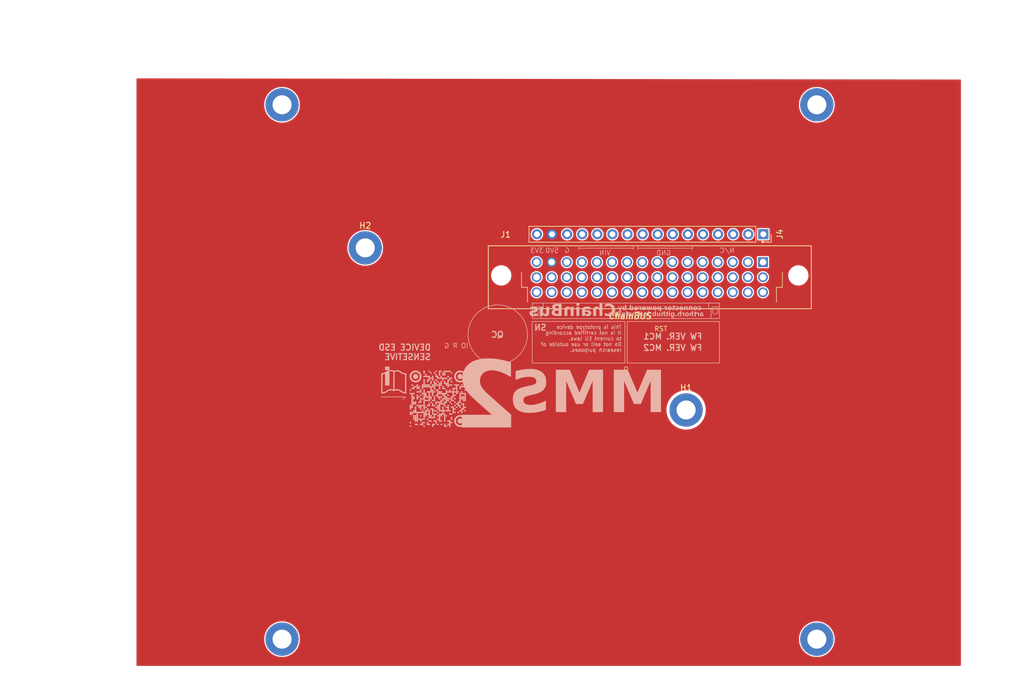
<source format=kicad_pcb>
(kicad_pcb (version 20241229) (generator "pcbnew") (generator_version "9.0")
  (layers (0 "F.Cu" signal) (4 "In1.Cu" signal) (6 "In2.Cu" signal) (2 "B.Cu" signal) (13 "F.Paste" user) (15 "B.Paste" user) (5 "F.SilkS" user "F.Silkscreen") (7 "B.SilkS" user "B.Silkscreen") (1 "F.Mask" user) (3 "B.Mask" user) (25 "Edge.Cuts" user))
  (property "SHEETTOTAL" "5")
  (net 0 "")
  (net 1 "GND")
  (net 2 "+3V3")
  (net 3 "+5V")
  (net 4 "/Interboard_connector/Altmode6")
  (net 5 "/Interboard_connector/Altmode3")
  (net 6 "/Interboard_connector/Altmode16")
  (net 7 "/Interboard_connector/Altmode14")
  (net 8 "/Interboard_connector/Altmode12")
  (net 9 "/Interboard_connector/Altmode10")
  (net 10 "/Interboard_connector/Altmode7")
  (net 11 "/Interboard_connector/Altmode2")
  (net 12 "/Interboard_connector/Altmode4")
  (net 13 "/Interboard_connector/Altmode13")
  (net 14 "/Interboard_connector/Altmode11")
  (net 15 "/Interboard_connector/Altmode8")
  (net 16 "/Interboard_connector/Altmode9")
  (net 17 "/Interboard_connector/Altmode1")
  (net 18 "/Interboard_connector/Altmode5")
  (net 19 "/Interboard_connector/Altmode15")
  (net 21 "BRD_VIN")
  (net 22 "/Interboard_connector/Chainbus.RX")
  (net 23 "/Interboard_connector/Chainbus.TX")
  (net 24 "/Interboard_connector/Chainbus.SCL")
  (net 25 "/Interboard_connector/Chainbus.SDA")
  (net 26 "/Interboard_connector/Chainbus_I2C_addr1")
  (net 27 "/Interboard_connector/Chainbus.MOSI")
  (net 28 "/Interboard_connector/Chainbus_UART_addr2")
  (net 29 "/Interboard_connector/Chainbus.MISO")
  (net 30 "/Interboard_connector/Chainbus_SPI_CS2")
  (net 31 "/Interboard_connector/Chainbus_UART_addr1")
  (net 32 "/Interboard_connector/Chainbus_SPI_CS1")
  (net 33 "/Interboard_connector/Chainbus_SPI_CS0")
  (net 34 "/Interboard_connector/Chainbus.SCK")
  (net 35 "/Interboard_connector/Chainbus_I2C_addr0")
  (net 36 "/Interboard_connector/Chainbus_I2C_addr2")
  (net 37 "/Interboard_connector/Chainbus_UART_addr0")
  (footprint "Library:AMPHENOL_86093488324755V1LF" (layer "F.Cu") (at 165.64 82.49)
    (property "Reference" "J1" (at -24.255 -7.185 0) (layer "F.SilkS"))
    (property "Value" "86093488324755V1LF")
    (pad "" np_thru_hole circle (at -25 -0.3) (size 2.9 2.9) (drill 2.9) (layers "*.Cu" "*.Mask"))
    (pad "" np_thru_hole circle (at 25 -0.3) (size 2.9 2.9) (drill 2.9) (layers "*.Cu" "*.Mask"))
    (pad "A1" thru_hole rect (at 19.05 -2.54) (size 1.65 1.65) (drill 1.1) (layers "*.Cu" "*.Mask"))
    (pad "A2" thru_hole circle (at 16.51 -2.54) (size 1.65 1.65) (drill 1.1) (layers "*.Cu" "*.Mask"))
    (pad "A3" thru_hole circle (at 13.97 -2.54) (size 1.65 1.65) (drill 1.1) (layers "*.Cu" "*.Mask"))
    (pad "A4" thru_hole circle (at 11.43 -2.54) (size 1.65 1.65) (drill 1.1) (layers "*.Cu" "*.Mask"))
    (pad "A5" thru_hole circle (at 8.89 -2.54) (size 1.65 1.65) (drill 1.1) (layers "*.Cu" "*.Mask"))
    (pad "A6" thru_hole circle (at 6.35 -2.54) (size 1.65 1.65) (drill 1.1) (layers "*.Cu" "*.Mask") (net 1 "GND"))
    (pad "A7" thru_hole circle (at 3.81 -2.54) (size 1.65 1.65) (drill 1.1) (layers "*.Cu" "*.Mask") (net 1 "GND"))
    (pad "A8" thru_hole circle (at 1.27 -2.54) (size 1.65 1.65) (drill 1.1) (layers "*.Cu" "*.Mask") (net 1 "GND"))
    (pad "A9" thru_hole circle (at -1.27 -2.54) (size 1.65 1.65) (drill 1.1) (layers "*.Cu" "*.Mask") (net 1 "GND"))
    (pad "A10" thru_hole circle (at -3.81 -2.54) (size 1.65 1.65) (drill 1.1) (layers "*.Cu" "*.Mask") (net 21 "BRD_VIN"))
    (pad "A11" thru_hole circle (at -6.35 -2.54) (size 1.65 1.65) (drill 1.1) (layers "*.Cu" "*.Mask") (net 21 "BRD_VIN"))
    (pad "A12" thru_hole circle (at -8.89 -2.54) (size 1.65 1.65) (drill 1.1) (layers "*.Cu" "*.Mask") (net 21 "BRD_VIN"))
    (pad "A13" thru_hole circle (at -11.43 -2.54) (size 1.65 1.65) (drill 1.1) (layers "*.Cu" "*.Mask") (net 21 "BRD_VIN"))
    (pad "A14" thru_hole circle (at -13.97 -2.54) (size 1.65 1.65) (drill 1.1) (layers "*.Cu" "*.Mask") (net 1 "GND"))
    (pad "A15" thru_hole circle (at -16.51 -2.54) (size 1.65 1.65) (drill 1.1) (layers "*.Cu" "*.Mask") (net 3 "+5V"))
    (pad "A16" thru_hole circle (at -19.05 -2.54) (size 1.65 1.65) (drill 1.1) (layers "*.Cu" "*.Mask") (net 2 "+3V3"))
    (pad "B1" thru_hole circle (at 19.05 0) (size 1.65 1.65) (drill 1.1) (layers "*.Cu" "*.Mask") (net 22 "/Interboard_connector/Chainbus.RX"))
    (pad "B2" thru_hole circle (at 16.51 0) (size 1.65 1.65) (drill 1.1) (layers "*.Cu" "*.Mask") (net 23 "/Interboard_connector/Chainbus.TX"))
    (pad "B3" thru_hole circle (at 13.97 0) (size 1.65 1.65) (drill 1.1) (layers "*.Cu" "*.Mask") (net 37 "/Interboard_connector/Chainbus_UART_addr0"))
    (pad "B4" thru_hole circle (at 11.43 0) (size 1.65 1.65) (drill 1.1) (layers "*.Cu" "*.Mask") (net 31 "/Interboard_connector/Chainbus_UART_addr1"))
    (pad "B5" thru_hole circle (at 8.89 0) (size 1.65 1.65) (drill 1.1) (layers "*.Cu" "*.Mask") (net 28 "/Interboard_connector/Chainbus_UART_addr2"))
    (pad "B6" thru_hole circle (at 6.35 0) (size 1.65 1.65) (drill 1.1) (layers "*.Cu" "*.Mask") (net 29 "/Interboard_connector/Chainbus.MISO"))
    (pad "B7" thru_hole circle (at 3.81 0) (size 1.65 1.65) (drill 1.1) (layers "*.Cu" "*.Mask") (net 27 "/Interboard_connector/Chainbus.MOSI"))
    (pad "B8" thru_hole circle (at 1.27 0) (size 1.65 1.65) (drill 1.1) (layers "*.Cu" "*.Mask") (net 34 "/Interboard_connector/Chainbus.SCK"))
    (pad "B9" thru_hole circle (at -1.27 0) (size 1.65 1.65) (drill 1.1) (layers "*.Cu" "*.Mask") (net 35 "/Interboard_connector/Chainbus_I2C_addr0"))
    (pad "B10" thru_hole circle (at -3.81 0) (size 1.65 1.65) (drill 1.1) (layers "*.Cu" "*.Mask") (net 26 "/Interboard_connector/Chainbus_I2C_addr1"))
    (pad "B11" thru_hole circle (at -6.35 0) (size 1.65 1.65) (drill 1.1) (layers "*.Cu" "*.Mask") (net 36 "/Interboard_connector/Chainbus_I2C_addr2"))
    (pad "B12" thru_hole circle (at -8.89 0) (size 1.65 1.65) (drill 1.1) (layers "*.Cu" "*.Mask") (net 33 "/Interboard_connector/Chainbus_SPI_CS0"))
    (pad "B13" thru_hole circle (at -11.43 0) (size 1.65 1.65) (drill 1.1) (layers "*.Cu" "*.Mask") (net 32 "/Interboard_connector/Chainbus_SPI_CS1"))
    (pad "B14" thru_hole circle (at -13.97 0) (size 1.65 1.65) (drill 1.1) (layers "*.Cu" "*.Mask") (net 30 "/Interboard_connector/Chainbus_SPI_CS2"))
    (pad "B15" thru_hole circle (at -16.51 0) (size 1.65 1.65) (drill 1.1) (layers "*.Cu" "*.Mask") (net 24 "/Interboard_connector/Chainbus.SCL"))
    (pad "B16" thru_hole circle (at -19.05 0) (size 1.65 1.65) (drill 1.1) (layers "*.Cu" "*.Mask") (net 25 "/Interboard_connector/Chainbus.SDA"))
    (pad "C1" thru_hole circle (at 19.05 2.54) (size 1.65 1.65) (drill 1.1) (layers "*.Cu" "*.Mask") (net 17 "/Interboard_connector/Altmode1"))
    (pad "C2" thru_hole circle (at 16.51 2.54) (size 1.65 1.65) (drill 1.1) (layers "*.Cu" "*.Mask") (net 11 "/Interboard_connector/Altmode2"))
    (pad "C3" thru_hole circle (at 13.97 2.54) (size 1.65 1.65) (drill 1.1) (layers "*.Cu" "*.Mask") (net 5 "/Interboard_connector/Altmode3"))
    (pad "C4" thru_hole circle (at 11.43 2.54) (size 1.65 1.65) (drill 1.1) (layers "*.Cu" "*.Mask") (net 12 "/Interboard_connector/Altmode4"))
    (pad "C5" thru_hole circle (at 8.89 2.54) (size 1.65 1.65) (drill 1.1) (layers "*.Cu" "*.Mask") (net 18 "/Interboard_connector/Altmode5"))
    (pad "C6" thru_hole circle (at 6.35 2.54) (size 1.65 1.65) (drill 1.1) (layers "*.Cu" "*.Mask") (net 4 "/Interboard_connector/Altmode6"))
    (pad "C7" thru_hole circle (at 3.81 2.54) (size 1.65 1.65) (drill 1.1) (layers "*.Cu" "*.Mask") (net 14 "/Interboard_connector/Altmode11"))
    (pad "C8" thru_hole circle (at 1.27 2.54) (size 1.65 1.65) (drill 1.1) (layers "*.Cu" "*.Mask") (net 8 "/Interboard_connector/Altmode12"))
    (pad "C9" thru_hole circle (at -1.27 2.54) (size 1.65 1.65) (drill 1.1) (layers "*.Cu" "*.Mask") (net 13 "/Interboard_connector/Altmode13"))
    (pad "C10" thru_hole circle (at -3.81 2.54) (size 1.65 1.65) (drill 1.1) (layers "*.Cu" "*.Mask") (net 7 "/Interboard_connector/Altmode14"))
    (pad "C11" thru_hole circle (at -6.35 2.54) (size 1.65 1.65) (drill 1.1) (layers "*.Cu" "*.Mask") (net 19 "/Interboard_connector/Altmode15"))
    (pad "C12" thru_hole circle (at -8.89 2.54) (size 1.65 1.65) (drill 1.1) (layers "*.Cu" "*.Mask") (net 10 "/Interboard_connector/Altmode7"))
    (pad "C13" thru_hole circle (at -11.43 2.54) (size 1.65 1.65) (drill 1.1) (layers "*.Cu" "*.Mask") (net 15 "/Interboard_connector/Altmode8"))
    (pad "C14" thru_hole circle (at -13.97 2.54) (size 1.65 1.65) (drill 1.1) (layers "*.Cu" "*.Mask") (net 16 "/Interboard_connector/Altmode9"))
    (pad "C15" thru_hole circle (at -16.51 2.54) (size 1.65 1.65) (drill 1.1) (layers "*.Cu" "*.Mask") (net 9 "/Interboard_connector/Altmode10"))
    (pad "C16" thru_hole circle (at -19.05 2.54) (size 1.65 1.65) (drill 1.1) (layers "*.Cu" "*.Mask") (net 6 "/Interboard_connector/Altmode16"))
  )
  (footprint "MountingHole:MountingHole_3.2mm_M3_DIN965_Pad" (layer "F.Cu") (at 171.75 104.85)
    (property "Reference" "H1" (at 0 -3.75 0) (layer "F.SilkS"))
    (property "Value" "M3 mount")
    (pad "1" thru_hole circle (at 0 0) (size 5.6 5.6) (drill 3.2) (layers "*.Cu" "*.Mask") (net 1 "GND") (clearance 0.5))
  )
  (footprint "MountingHole:MountingHole_3.2mm_M3_DIN965_Pad" (layer "F.Cu") (at 117.75 77.55)
    (property "Reference" "H2" (at 0 -3.75 0) (layer "F.SilkS"))
    (property "Value" "M3 mount")
    (pad "1" thru_hole circle (at 0 0) (size 5.6 5.6) (drill 3.2) (layers "*.Cu" "*.Mask"))
  )
  (footprint "MountingHole:MountingHole_3.2mm_M3_DIN965_Pad" (layer "F.Cu") (at 193.75 53.45)
    (property "Reference" "H3" (hide yes))
    (property "Value" "M3 mount")
    (pad "1" thru_hole circle (at 0 0) (size 5.6 5.6) (drill 3.2) (layers "*.Cu" "*.Mask"))
  )
  (footprint "MountingHole:MountingHole_3.2mm_M3_DIN965_Pad" (layer "F.Cu") (at 103.75 53.45)
    (property "Reference" "H4" (hide yes))
    (property "Value" "M3 mount")
    (pad "1" thru_hole circle (at 0 0) (size 5.6 5.6) (drill 3.2) (layers "*.Cu" "*.Mask"))
  )
  (footprint "MountingHole:MountingHole_3.2mm_M3_DIN965_Pad" (layer "F.Cu") (at 103.75 143.45)
    (property "Reference" "H6" (hide yes))
    (property "Value" "M3 mount")
    (pad "1" thru_hole circle (at 0 0) (size 5.6 5.6) (drill 3.2) (layers "*.Cu" "*.Mask"))
  )
  (footprint "Connector_PinSocket_2.54mm:PinSocket_1x16_P2.54mm_Vertical" (layer "F.Cu") (at 184.75 75.25 -90)
    (property "Reference" "J4" (at 0 -2.77 90) (layer "F.SilkS"))
    (property "Value" "Conn_01x16_Socket")
    (pad "1" thru_hole rect (at 0 0 270) (size 1.7 1.7) (drill 1) (layers "*.Cu" "*.Mask"))
    (pad "2" thru_hole circle (at 0 2.54 270) (size 1.7 1.7) (drill 1) (layers "*.Cu" "*.Mask"))
    (pad "3" thru_hole circle (at 0 5.08 270) (size 1.7 1.7) (drill 1) (layers "*.Cu" "*.Mask"))
    (pad "4" thru_hole circle (at 0 7.62 270) (size 1.7 1.7) (drill 1) (layers "*.Cu" "*.Mask"))
    (pad "5" thru_hole circle (at 0 10.16 270) (size 1.7 1.7) (drill 1) (layers "*.Cu" "*.Mask"))
    (pad "6" thru_hole circle (at 0 12.7 270) (size 1.7 1.7) (drill 1) (layers "*.Cu" "*.Mask") (net 1 "GND"))
    (pad "7" thru_hole circle (at 0 15.24 270) (size 1.7 1.7) (drill 1) (layers "*.Cu" "*.Mask") (net 1 "GND"))
    (pad "8" thru_hole circle (at 0 17.78 270) (size 1.7 1.7) (drill 1) (layers "*.Cu" "*.Mask") (net 1 "GND"))
    (pad "9" thru_hole circle (at 0 20.32 270) (size 1.7 1.7) (drill 1) (layers "*.Cu" "*.Mask") (net 1 "GND"))
    (pad "10" thru_hole circle (at 0 22.86 270) (size 1.7 1.7) (drill 1) (layers "*.Cu" "*.Mask") (net 21 "BRD_VIN"))
    (pad "11" thru_hole circle (at 0 25.4 270) (size 1.7 1.7) (drill 1) (layers "*.Cu" "*.Mask") (net 21 "BRD_VIN"))
    (pad "12" thru_hole circle (at 0 27.94 270) (size 1.7 1.7) (drill 1) (layers "*.Cu" "*.Mask") (net 21 "BRD_VIN"))
    (pad "13" thru_hole circle (at 0 30.48 270) (size 1.7 1.7) (drill 1) (layers "*.Cu" "*.Mask") (net 21 "BRD_VIN"))
    (pad "14" thru_hole circle (at 0 33.02 270) (size 1.7 1.7) (drill 1) (layers "*.Cu" "*.Mask") (net 1 "GND"))
    (pad "15" thru_hole circle (at 0 35.56 270) (size 1.7 1.7) (drill 1) (layers "*.Cu" "*.Mask") (net 3 "+5V"))
    (pad "16" thru_hole circle (at 0 38.1 270) (size 1.7 1.7) (drill 1) (layers "*.Cu" "*.Mask") (net 2 "+3V3"))
  )
  (footprint "MountingHole:MountingHole_3.2mm_M3_DIN965_Pad" (layer "F.Cu") (at 193.75 143.45)
    (property "Reference" "H5" (hide yes))
    (property "Value" "M3 mount")
    (pad "1" thru_hole circle (at 0 0) (size 5.6 5.6) (drill 3.2) (layers "*.Cu" "*.Mask"))
  )
  (footprint "QRcode:QR" (layer "B.Cu") (at 130 103 180)
    (property "Reference" "G***" (hide yes))
    (property "Value" "LOGO" (hide yes))
  )
  (gr_line (start 144.05 84.2) (end 145.05 84.2) (stroke (width 0.1)) (layer "F.SilkS"))
  (gr_circle (center 161.65 97.85) (end 161.85 98.05) (stroke (width 0.1)) (fill no) (layer "F.SilkS"))
  (gr_line (start 145.05 84.2) (end 145.05 86.7) (stroke (width 0.1)) (layer "F.SilkS"))
  (gr_line (start 144.05 81.65) (end 144.05 84.2) (stroke (width 0.1)) (layer "F.SilkS"))
  (gr_line (start 186.95 84.2) (end 186.95 86.7) (stroke (width 0.1)) (layer "F.SilkS"))
  (gr_line (start 187.95 84.2) (end 186.95 84.2) (stroke (width 0.1)) (layer "F.SilkS"))
  (gr_line (start 187.95 81.6) (end 187.95 84.2) (stroke (width 0.1)) (layer "F.SilkS"))
  (gr_arc (start 122.585533 98.392265) (mid 123.127443 98.252892) (end 123.66184 98.418758) (stroke (width 0.2)) (layer "B.SilkS"))
  (gr_arc (start 121.450162 98.40451) (mid 121.997277 98.229868) (end 122.553869 98.37143) (stroke (width 0.2)) (layer "B.SilkS"))
  (gr_arc (start 122.568643 101.580292) (mid 123.125235 101.43873) (end 123.67235 101.613372) (stroke (width 0.2)) (layer "B.SilkS"))
  (gr_line (start 120.45 102.65) (end 124.55 102.65) (stroke (width 0.1)) (layer "B.SilkS"))
  (gr_line (start 153.7 77.6) (end 162.9 77.6) (stroke (width 0.1)) (layer "B.SilkS"))
  (gr_rect (start 161.85 89.95) (end 177.35 96.95) (stroke (width 0.1)) (fill no) (layer "B.SilkS"))
  (gr_line (start 163.6 77.825) (end 163.6 77.375) (stroke (width 0.1)) (layer "B.SilkS"))
  (gr_line (start 147.7 86.85) (end 147.7 87.85) (stroke (width 0.1)) (layer "B.SilkS"))
  (gr_line (start 175.55 86.85) (end 147.7 86.85) (stroke (width 0.1)) (layer "B.SilkS"))
  (gr_line (start 147.3 89.45) (end 177.35 89.45) (stroke (width 0.1)) (layer "B.SilkS"))
  (gr_line (start 175.55 86.85) (end 177.35 86.85) (stroke (width 0.1)) (layer "B.SilkS"))
  (gr_line (start 145.9 87.5) (end 147 87.5) (stroke (width 0.1)) (layer "B.SilkS"))
  (gr_line (start 177.35 87.5) (end 176.25 87.5) (stroke (width 0.1)) (layer "B.SilkS"))
  (gr_line (start 122.568643 101.580292) (end 122.585533 98.392265) (stroke (width 0.2)) (layer "B.SilkS"))
  (gr_line (start 147 87.5) (end 147.3 87.8) (stroke (width 0.1)) (layer "B.SilkS"))
  (gr_arc (start 121.460684 98.404323) (mid 121.044524 98.672109) (end 120.557503 98.759913) (stroke (width 0.2)) (layer "B.SilkS"))
  (gr_line (start 176.25 87.5) (end 175.95 87.8) (stroke (width 0.1)) (layer "B.SilkS"))
  (gr_line (start 147.3 87.85) (end 147.3 89.45) (stroke (width 0.1)) (layer "B.SilkS"))
  (gr_arc (start 124.549843 101.961291) (mid 124.073814 101.871062) (end 123.667156 101.607673) (stroke (width 0.2)) (layer "B.SilkS"))
  (gr_arc (start 124.560469 98.777828) (mid 124.075851 98.686646) (end 123.66184 98.418758) (stroke (width 0.2)) (layer "B.SilkS"))
  (gr_line (start 145.9 88.95) (end 147 88.95) (stroke (width 0.1)) (layer "B.SilkS"))
  (gr_line (start 153.7 77.825) (end 153.7 77.375) (stroke (width 0.1)) (layer "B.SilkS"))
  (gr_line (start 147 88.95) (end 147.3 88.65) (stroke (width 0.1)) (layer "B.SilkS"))
  (gr_line (start 172.8 77.825) (end 172.8 77.375) (stroke (width 0.1)) (layer "B.SilkS"))
  (gr_arc (start 121.491646 101.61503) (mid 121.055168 101.890745) (end 120.544951 101.969546) (stroke (width 0.2)) (layer "B.SilkS"))
  (gr_line (start 145.9 89.45) (end 145.9 86.85) (stroke (width 0.1)) (layer "B.SilkS"))
  (gr_line (start 124.55 102.65) (end 124.1 103.1) (stroke (width 0.1)) (layer "B.SilkS"))
  (gr_line (start 175.95 87.85) (end 175.95 89.45) (stroke (width 0.1)) (layer "B.SilkS"))
  (gr_arc (start 121.480085 101.614142) (mid 122.0272 101.4395) (end 122.583792 101.581062) (stroke (width 0.2)) (layer "B.SilkS"))
  (gr_circle (center 146.6 88.25) (end 146.2 88.05) (stroke (width 0.1)) (fill no) (layer "B.SilkS"))
  (gr_line (start 124.549843 101.961291) (end 124.560469 98.777828) (stroke (width 0.2)) (layer "B.SilkS"))
  (gr_line (start 147.3 89.45) (end 145.9 89.45) (stroke (width 0.1)) (layer "B.SilkS"))
  (gr_line (start 120.544951 101.970139) (end 120.557503 98.759913) (stroke (width 0.2)) (layer "B.SilkS"))
  (gr_line (start 175.55 86.85) (end 175.55 87.85) (stroke (width 0.1)) (layer "B.SilkS"))
  (gr_line (start 163.6 77.6) (end 172.8 77.6) (stroke (width 0.1)) (layer "B.SilkS"))
  (gr_rect (start 145.85 89.95) (end 161.45 96.95) (stroke (width 0.1)) (fill no) (layer "B.SilkS"))
  (gr_line (start 175.55 87.85) (end 175.95 87.85) (stroke (width 0.1)) (layer "B.SilkS"))
  (gr_line (start 147.7 86.85) (end 145.9 86.85) (stroke (width 0.1)) (layer "B.SilkS"))
  (gr_line (start 177.35 89.45) (end 177.35 86.85) (stroke (width 0.1)) (layer "B.SilkS"))
  (gr_line (start 162.9 77.825) (end 162.9 77.375) (stroke (width 0.1)) (layer "B.SilkS"))
  (gr_line (start 147.7 87.85) (end 147.3 87.85) (stroke (width 0.1)) (layer "B.SilkS"))
  (gr_circle (center 140.05 92.15) (end 145.05 92.15) (stroke (width 0.1)) (fill no) (layer "B.SilkS"))
  (gr_circle (center 176.65 88.25) (end 177.05 88.05) (stroke (width 0.1)) (fill no) (layer "B.SilkS"))
  (gr_rect (start 78.75 48.45) (end 218.75 148.45) (stroke (width 0.01)) (fill no) (layer "Edge.Cuts"))
  (gr_text "RST" (at 166.35 91.65 0) (layer "F.SilkS") (effects (font (size 0.8 0.8) (thickness 0.1)) (justify left bottom)))
  (gr_text "ChainBUS" (at 158.575 89.6 0) (layer "F.SilkS") (effects (font (size 1 1) (thickness 0.2) (bold yes) (italic yes)) (justify left bottom)))
  (gr_text "QC" (at 141.15 92.75 0) (layer "B.SilkS") (effects (font (size 1 1) (thickness 0.2) (bold yes)) (justify left bottom mirror)))
  (gr_text "G" (at 152.2 78.45 0) (layer "B.SilkS") (effects (font (size 0.8 0.8) (thickness 0.1)) (justify left bottom mirror)))
  (gr_text "connector powered by" (at 174.35 88.15 -0) (layer "B.SilkS") (effects (font (size 0.8 0.8) (thickness 0.15) (bold yes) (italic yes)) (justify left bottom mirror)))
  (gr_text "FW VER. MC2\n" (at 174.55 94.95 0) (layer "B.SilkS") (effects (font (size 1 1) (thickness 0.2) (bold yes)) (justify left bottom mirror)))
  (gr_text "GND" (at 169.25 78.85 0) (layer "B.SilkS") (effects (font (size 0.8 0.8) (thickness 0.1)) (justify left bottom mirror)))
  (gr_text "IO R G" (at 135.165 94.5 0) (layer "B.SilkS") (effects (font (size 0.8 0.8) (thickness 0.1)) (justify left bottom mirror)))
  (gr_text "MMS" (at 168.425 106.4 0) (layer "B.SilkS") (effects (font (size 7 7) (thickness 0.3)) (justify left bottom mirror)))
  (gr_text "5V0" (at 150.364762 78.45 0) (layer "B.SilkS") (effects (font (size 0.8 0.8) (thickness 0.1)) (justify left bottom mirror)))
  (gr_text "FW VER. MC1" (at 174.55 93.05 0) (layer "B.SilkS") (effects (font (size 1 1) (thickness 0.2) (bold yes)) (justify left bottom mirror)))
  (gr_text "VIN" (at 159.1 78.85 0) (layer "B.SilkS") (effects (font (size 0.8 0.8) (thickness 0.1)) (justify left bottom mirror)))
  (gr_text "This is prototype device\nIt is not certified according\nto current EU laws.\nDo not sell or use outside of\nresearch purposes." (at 160.95 95.1 0) (layer "B.SilkS") (effects (font (size 0.6 0.6) (thickness 0.1)) (justify left bottom mirror)))
  (gr_text "ChainBus" (at 159.95 89.35 -0) (layer "B.SilkS") (effects (font (size 2 2) (thickness 0.3) (bold yes)) (justify left bottom mirror)))
  (gr_text "2" (at 143.55 109.7 0) (layer "B.SilkS") (effects (font (size 11.2 11.2) (thickness 0.3) (bold yes)) (justify left bottom mirror)))
  (gr_text "DEVICE ESD \nSENSETIVE" (at 128.9 96.5 0) (layer "B.SilkS") (effects (font (size 1 1) (thickness 0.2) (bold yes)) (justify left bottom mirror)))
  (gr_text "3V3" (at 147.824762 78.45 0) (layer "B.SilkS") (effects (font (size 0.8 0.8) (thickness 0.1)) (justify left bottom mirror)))
  (gr_text "i" (at 122.176979 101.239038 0) (layer "B.SilkS") (effects (font (size 3 3) (thickness 0.4) (bold yes)) (justify left bottom mirror)))
  (gr_text "arthorh.github.io/ChainBus" (at 174.736371 89.189177 -0) (layer "B.SilkS") (effects (font (size 0.8 0.75) (thickness 0.15) (bold yes) (italic yes)) (justify left bottom mirror)))
  (gr_text "SN" (at 148.35 91.55 0) (layer "B.SilkS") (effects (font (size 1 1) (thickness 0.2) (bold yes)) (justify left bottom mirror)))
  (gr_text "N/C" (at 179.95 78.45 0) (layer "B.SilkS") (effects (font (size 0.8 0.8) (thickness 0.1)) (justify left bottom mirror)))
  (zone (net 3) (net_name "+5V") (layer "F.Cu") (priority 23) (connect_pads yes (clearance 0.2)) (min_thickness 0.25) (fill yes (thermal_gap 0.5) (thermal_bridge_width 0.5))
    (polygon (pts (xy 218 49.2) (xy 218 148) (xy 79 148) (xy 79 49)))
  )
)
</source>
